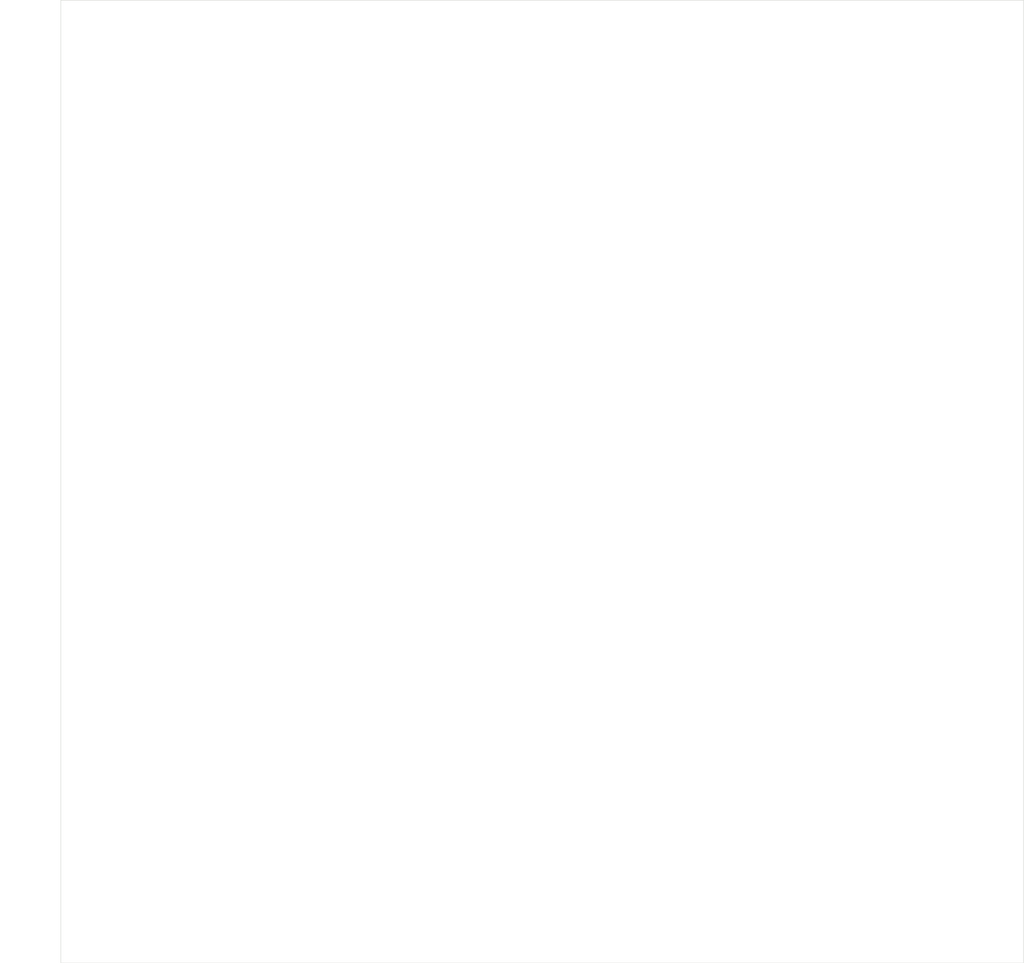
<source format=kicad_pcb>
(kicad_pcb (version 20171130) (host pcbnew "(5.1.6)-1")

  (general
    (thickness 1.6)
    (drawings 45)
    (tracks 0)
    (zones 0)
    (modules 0)
    (nets 1)
  )

  (page A4)
  (layers
    (0 F.Cu signal)
    (31 B.Cu signal)
    (32 B.Adhes user)
    (33 F.Adhes user)
    (34 B.Paste user)
    (35 F.Paste user)
    (36 B.SilkS user)
    (37 F.SilkS user)
    (38 B.Mask user)
    (39 F.Mask user)
    (40 Dwgs.User user)
    (41 Cmts.User user)
    (42 Eco1.User user)
    (43 Eco2.User user)
    (44 Edge.Cuts user)
    (45 Margin user)
    (46 B.CrtYd user)
    (47 F.CrtYd user)
    (48 B.Fab user)
    (49 F.Fab user)
  )

  (setup
    (last_trace_width 0.25)
    (trace_clearance 0.2)
    (zone_clearance 0.508)
    (zone_45_only no)
    (trace_min 0.2)
    (via_size 0.8)
    (via_drill 0.4)
    (via_min_size 0.4)
    (via_min_drill 0.3)
    (uvia_size 0.3)
    (uvia_drill 0.1)
    (uvias_allowed no)
    (uvia_min_size 0.2)
    (uvia_min_drill 0.1)
    (edge_width 0.05)
    (segment_width 0.2)
    (pcb_text_width 0.3)
    (pcb_text_size 1.5 1.5)
    (mod_edge_width 0.12)
    (mod_text_size 1 1)
    (mod_text_width 0.15)
    (pad_size 1.524 1.524)
    (pad_drill 0.762)
    (pad_to_mask_clearance 0.05)
    (aux_axis_origin 0 0)
    (grid_origin 93.98 143.51)
    (visible_elements 7FFFFFFF)
    (pcbplotparams
      (layerselection 0x010fc_ffffffff)
      (usegerberextensions false)
      (usegerberattributes true)
      (usegerberadvancedattributes true)
      (creategerberjobfile true)
      (excludeedgelayer true)
      (linewidth 0.100000)
      (plotframeref false)
      (viasonmask false)
      (mode 1)
      (useauxorigin false)
      (hpglpennumber 1)
      (hpglpenspeed 20)
      (hpglpendiameter 15.000000)
      (psnegative false)
      (psa4output false)
      (plotreference true)
      (plotvalue true)
      (plotinvisibletext false)
      (padsonsilk false)
      (subtractmaskfromsilk false)
      (outputformat 1)
      (mirror false)
      (drillshape 1)
      (scaleselection 1)
      (outputdirectory ""))
  )

  (net 0 "")

  (net_class Default "This is the default net class."
    (clearance 0.2)
    (trace_width 0.25)
    (via_dia 0.8)
    (via_drill 0.4)
    (uvia_dia 0.3)
    (uvia_drill 0.1)
  )

  (gr_line (start 195.58 143.51) (end 195.58 41.91) (layer Edge.Cuts) (width 0.05))
  (gr_line (start 93.98 41.91) (end 93.98 143.51) (layer Edge.Cuts) (width 0.05))
  (gr_line (start 93.98 41.91) (end 195.58 41.91) (layer Edge.Cuts) (width 0.05))
  (gr_line (start 195.58 143.51) (end 93.98 143.51) (layer Edge.Cuts) (width 0.05) (tstamp 637325EA))
  (gr_line (start 187.96 109.22) (end 190.5 109.22) (layer Dwgs.User) (width 0.15))
  (gr_line (start 187.96 106.68) (end 190.5 106.68) (layer Dwgs.User) (width 0.15))
  (gr_line (start 187.96 111.76) (end 190.5 111.76) (layer Dwgs.User) (width 0.15))
  (gr_line (start 167.64 116.84) (end 167.64 115.8748) (layer Dwgs.User) (width 0.15))
  (gr_line (start 160.02 116.84) (end 160.02 116.0018) (layer Dwgs.User) (width 0.15))
  (gr_line (start 157.48 116.84) (end 157.48 116.0018) (layer Dwgs.User) (width 0.15))
  (gr_line (start 154.94 116.84) (end 154.94 115.9764) (layer Dwgs.User) (width 0.15))
  (gr_line (start 152.4 116.84) (end 152.4 115.9764) (layer Dwgs.User) (width 0.15))
  (gr_line (start 149.86 116.84) (end 149.86 115.8748) (layer Dwgs.User) (width 0.15))
  (gr_line (start 147.32 116.84) (end 147.32 115.824) (layer Dwgs.User) (width 0.15))
  (gr_line (start 144.78 116.84) (end 144.78 115.7478) (layer Dwgs.User) (width 0.15))
  (gr_line (start 139.7 116.84) (end 139.7 115.6716) (layer Dwgs.User) (width 0.15))
  (gr_line (start 137.16 116.84) (end 137.16 115.697) (layer Dwgs.User) (width 0.15))
  (gr_line (start 134.62 116.84) (end 134.62 115.6462) (layer Dwgs.User) (width 0.15))
  (gr_line (start 132.08 116.84) (end 132.08 115.5954) (layer Dwgs.User) (width 0.15))
  (gr_line (start 127.0254 116.84) (end 127.0254 115.5446) (layer Dwgs.User) (width 0.15))
  (gr_line (start 133.096 68.58) (end 133.096 67.4624) (layer Dwgs.User) (width 0.15))
  (gr_line (start 135.636 68.58) (end 135.636 67.4116) (layer Dwgs.User) (width 0.15))
  (gr_line (start 144.78 68.58) (end 144.78 67.4116) (layer Dwgs.User) (width 0.15))
  (gr_line (start 175.26 68.58) (end 175.26 67.4878) (layer Dwgs.User) (width 0.15))
  (gr_line (start 187.96 119.38) (end 187.96 66.04) (layer Dwgs.User) (width 0.15))
  (gr_line (start 190.5 119.38) (end 190.4746 119.38) (layer Dwgs.User) (width 0.15))
  (gr_line (start 190.5 66.04) (end 190.5 119.38) (layer Dwgs.User) (width 0.15))
  (gr_line (start 93.98 68.58) (end 193.04 68.58) (layer Dwgs.User) (width 0.15))
  (gr_line (start 93.98 116.84) (end 185.42 116.84) (layer Dwgs.User) (width 0.15))
  (gr_line (start 193.04 119.38) (end 93.98 119.38) (layer Dwgs.User) (width 0.15) (tstamp 63731984))
  (gr_line (start 193.04 118.11) (end 193.04 119.38) (layer Dwgs.User) (width 0.15))
  (gr_line (start 195.58 115.57) (end 193.04 118.11) (layer Dwgs.User) (width 0.15))
  (gr_line (start 195.58 81.28) (end 195.58 115.57) (layer Dwgs.User) (width 0.15))
  (gr_line (start 193.04 78.74) (end 195.58 81.28) (layer Dwgs.User) (width 0.15))
  (gr_line (start 193.04 66.04) (end 193.04 78.74) (layer Dwgs.User) (width 0.15))
  (gr_line (start 93.98 66.04) (end 193.04 66.04) (layer Dwgs.User) (width 0.15))
  (gr_line (start 93.98 75.565) (end 93.98 66.04) (layer Dwgs.User) (width 0.15))
  (gr_line (start 87.63 75.565) (end 93.98 75.565) (layer Dwgs.User) (width 0.15))
  (gr_line (start 87.63 86.995) (end 87.63 75.565) (layer Dwgs.User) (width 0.15))
  (gr_line (start 93.98 86.995) (end 87.63 86.995) (layer Dwgs.User) (width 0.15))
  (gr_line (start 93.98 107.315) (end 93.98 86.995) (layer Dwgs.User) (width 0.15))
  (gr_line (start 92.075 107.315) (end 93.98 107.315) (layer Dwgs.User) (width 0.15))
  (gr_line (start 92.075 116.205) (end 92.075 107.315) (layer Dwgs.User) (width 0.15))
  (gr_line (start 93.98 116.205) (end 92.075 116.205) (layer Dwgs.User) (width 0.15))
  (gr_line (start 93.98 119.38) (end 93.98 116.205) (layer Dwgs.User) (width 0.15))

)

</source>
